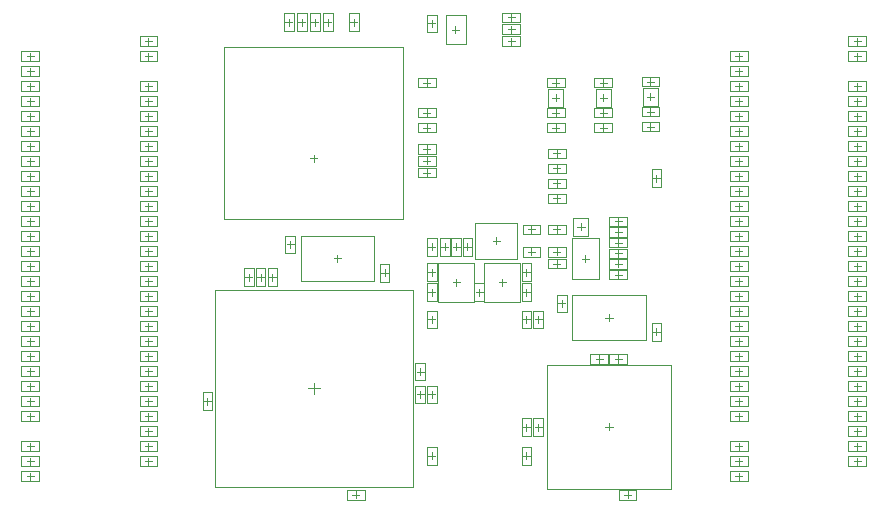
<source format=gbr>
%TF.GenerationSoftware,Altium Limited,Altium Designer,20.0.13 (296)*%
G04 Layer_Color=16711935*
%FSLAX26Y26*%
%MOIN*%
%TF.FileFunction,Other,Bottom_Courtyard*%
%TF.Part,Single*%
G01*
G75*
%TA.AperFunction,NonConductor*%
%ADD59C,0.003937*%
%ADD62C,0.001968*%
D59*
X1122047Y354331D02*
X1161417D01*
X1141732Y334646D02*
Y374016D01*
D62*
X1918984Y433378D02*
X2332984D01*
Y19378D02*
Y433378D01*
X1918984Y19378D02*
X2332984D01*
X1918984D02*
Y433378D01*
X2125984Y214567D02*
Y238189D01*
X2114173Y226378D02*
X2137795D01*
X812008Y24606D02*
Y684055D01*
X1471457Y24606D02*
Y684055D01*
X812008Y24606D02*
X1471457D01*
X812008Y684055D02*
X1471457D01*
X1709685Y643661D02*
X1829685D01*
X1709685D02*
Y772661D01*
X1829685D01*
Y643661D02*
Y772661D01*
X1769685Y696850D02*
Y720472D01*
X1757874Y708661D02*
X1781496D01*
X1819606Y787244D02*
Y907244D01*
X1679606Y787244D02*
X1819606D01*
X1679606D02*
Y907244D01*
X1819606D01*
X1737795Y847244D02*
X1761417D01*
X1749606Y835433D02*
Y859055D01*
X2007480Y863701D02*
Y923701D01*
X2057480D01*
Y863701D02*
Y923701D01*
X2007480Y863701D02*
X2057480D01*
X2020669Y893701D02*
X2044291D01*
X2032480Y881890D02*
Y905512D01*
X2003244Y719402D02*
Y855402D01*
Y719402D02*
X2091244D01*
Y855402D01*
X2003244D02*
X2091244D01*
X2035433Y787402D02*
X2059055D01*
X2047244Y775591D02*
Y799213D01*
X1922835Y868898D02*
Y900394D01*
X1981890Y868898D02*
Y900394D01*
X1922835Y868898D02*
X1981890D01*
X1922835Y900394D02*
X1981890D01*
X1940551Y884646D02*
X1964173D01*
X1952362Y872835D02*
Y896457D01*
X1141732Y1110236D02*
Y1133858D01*
X1129921Y1122047D02*
X1153543D01*
X842732Y1491047D02*
X1440732D01*
X842732Y919047D02*
Y1491047D01*
Y919047D02*
X1440732D01*
Y1491047D01*
X196850Y600591D02*
Y624213D01*
X185039Y612402D02*
X208661D01*
X167323Y628150D02*
X226378D01*
X167323Y596654D02*
X226378D01*
Y628150D01*
X167323Y596654D02*
Y628150D01*
X1098472Y712402D02*
Y862402D01*
X1343472D01*
Y712402D02*
Y862402D01*
X1098472Y712402D02*
X1343472D01*
X1208661Y788402D02*
X1232283D01*
X1220472Y776591D02*
Y800213D01*
X2271653Y1054921D02*
X2295276D01*
X2283465Y1043110D02*
Y1066732D01*
X2299213Y1025394D02*
Y1084449D01*
X2267716Y1025394D02*
Y1084449D01*
Y1025394D02*
X2299213D01*
X2267716Y1084449D02*
X2299213D01*
X1951575Y976181D02*
Y999803D01*
X1939764Y987992D02*
X1963386D01*
X1922047Y1003740D02*
X1981102D01*
X1922047Y972244D02*
X1981102D01*
Y1003740D01*
X1922047Y972244D02*
Y1003740D01*
X1951575Y1026181D02*
Y1049803D01*
X1939764Y1037992D02*
X1963386D01*
X1922047Y1053740D02*
X1981102D01*
X1922047Y1022244D02*
X1981102D01*
Y1053740D01*
X1922047Y1022244D02*
Y1053740D01*
X1951575Y1126181D02*
Y1149803D01*
X1939764Y1137992D02*
X1963386D01*
X1922047Y1153740D02*
X1981102D01*
X1922047Y1122244D02*
X1981102D01*
Y1153740D01*
X1922047Y1122244D02*
Y1153740D01*
X1951575Y1076181D02*
Y1099803D01*
X1939764Y1087992D02*
X1963386D01*
X1922047Y1103740D02*
X1981102D01*
X1922047Y1072244D02*
X1981102D01*
Y1103740D01*
X1922047Y1072244D02*
Y1103740D01*
X1677165Y705315D02*
X1708661D01*
X1677165Y646260D02*
X1708661D01*
X1677165D02*
Y705315D01*
X1708661Y646260D02*
Y705315D01*
X1692913Y663976D02*
Y687598D01*
X1681102Y675787D02*
X1704724D01*
X1834646Y646260D02*
X1866142D01*
X1834646Y705315D02*
X1866142D01*
Y646260D02*
Y705315D01*
X1834646Y646260D02*
Y705315D01*
X1850394Y663976D02*
Y687598D01*
X1838583Y675787D02*
X1862205D01*
X1519685Y712008D02*
X1551181D01*
X1519685Y771063D02*
X1551181D01*
Y712008D02*
Y771063D01*
X1519685Y712008D02*
Y771063D01*
X1535433Y729725D02*
Y753346D01*
X1523622Y741535D02*
X1547244D01*
X1600394Y856299D02*
X1631890D01*
X1600394Y797244D02*
X1631890D01*
X1600394D02*
Y856299D01*
X1631890Y797244D02*
Y856299D01*
X1616142Y814961D02*
Y838583D01*
X1604331Y826772D02*
X1627953D01*
X2063780Y437008D02*
Y468504D01*
X2122835Y437008D02*
Y468504D01*
X2063780Y437008D02*
X2122835D01*
X2063780Y468504D02*
X2122835D01*
X2081496Y452756D02*
X2105118D01*
X2093307Y440945D02*
Y464567D01*
X2126772Y437008D02*
Y468504D01*
X2185827Y437008D02*
Y468504D01*
X2126772Y437008D02*
X2185827D01*
X2126772Y468504D02*
X2185827D01*
X2144488Y452756D02*
X2168110D01*
X2156299Y440945D02*
Y464567D01*
X2158268Y-15748D02*
Y15748D01*
X2217323Y-15748D02*
Y15748D01*
X2158268Y-15748D02*
X2217323D01*
X2158268Y15748D02*
X2217323D01*
X2175984Y0D02*
X2199606D01*
X2187795Y-11811D02*
Y11811D01*
X2106299Y1262402D02*
Y1286024D01*
X2094488Y1274213D02*
X2118110D01*
X2076772Y1258465D02*
X2135827D01*
X2076772Y1289961D02*
X2135827D01*
X2076772Y1258465D02*
Y1289961D01*
X2135827Y1258465D02*
Y1289961D01*
X2106299Y1362402D02*
Y1386024D01*
X2094488Y1374213D02*
X2118110D01*
X2076772Y1358465D02*
X2135827D01*
X2076772Y1389961D02*
X2135827D01*
X2076772Y1358465D02*
Y1389961D01*
X2135827Y1358465D02*
Y1389961D01*
X1523622Y1571063D02*
X1547244D01*
X1535433Y1559252D02*
Y1582874D01*
X1551181Y1541535D02*
Y1600591D01*
X1519685Y1541535D02*
Y1600591D01*
Y1541535D02*
X1551181D01*
X1519685Y1600591D02*
X1551181D01*
X1948819Y1262402D02*
Y1286024D01*
X1937008Y1274213D02*
X1960630D01*
X1919291Y1258465D02*
X1978347D01*
X1919291Y1289961D02*
X1978347D01*
X1919291Y1258465D02*
Y1289961D01*
X1978347Y1258465D02*
Y1289961D01*
X1948819Y1362402D02*
Y1386024D01*
X1937008Y1374213D02*
X1960630D01*
X1919291Y1358465D02*
X1978347D01*
X1919291Y1389961D02*
X1978347D01*
X1919291Y1358465D02*
Y1389961D01*
X1978347Y1358465D02*
Y1389961D01*
X2263780Y1265354D02*
Y1288976D01*
X2251968Y1277165D02*
X2275590D01*
X2234252Y1261417D02*
X2293307D01*
X2234252Y1292913D02*
X2293307D01*
X2234252Y1261417D02*
Y1292913D01*
X2293307Y1261417D02*
Y1292913D01*
X2263780Y1365354D02*
Y1388976D01*
X2251968Y1377166D02*
X2275590D01*
X2234252Y1361417D02*
X2293307D01*
X2234252Y1392914D02*
X2293307D01*
X2234252Y1361417D02*
Y1392914D01*
X2293307Y1361417D02*
Y1392914D01*
X1952756Y608268D02*
X1984252D01*
X1952756Y667323D02*
X1984252D01*
Y608268D02*
Y667323D01*
X1952756Y608268D02*
Y667323D01*
X1968504Y625984D02*
Y649606D01*
X1956693Y637795D02*
X1980315D01*
X2267716Y513779D02*
X2299213D01*
X2267716Y572835D02*
X2299213D01*
Y513779D02*
Y572835D01*
X2267716Y513779D02*
Y572835D01*
X2283465Y531496D02*
Y555118D01*
X2271654Y543307D02*
X2295276D01*
X1874016Y195669D02*
X1905512D01*
X1874016Y254724D02*
X1905512D01*
Y195669D02*
Y254724D01*
X1874016Y195669D02*
Y254724D01*
X1889764Y213386D02*
Y237008D01*
X1877953Y225197D02*
X1901575D01*
X1129725Y1604331D02*
X1161221D01*
X1129725Y1545275D02*
X1161221D01*
X1129725D02*
Y1604331D01*
X1161221Y1545275D02*
Y1604331D01*
X1145473Y1562992D02*
Y1586614D01*
X1133661Y1574803D02*
X1157284D01*
X1519685Y613976D02*
X1551181D01*
X1519685Y554921D02*
X1551181D01*
X1519685D02*
Y613976D01*
X1551181Y554921D02*
Y613976D01*
X1535433Y572638D02*
Y596260D01*
X1523622Y584449D02*
X1547244D01*
X1834646Y554921D02*
X1866142D01*
X1834646Y613976D02*
X1866142D01*
Y554921D02*
Y613976D01*
X1834646Y554921D02*
Y613976D01*
X1850394Y572638D02*
Y596260D01*
X1838583Y584449D02*
X1862205D01*
X1834646Y100197D02*
X1866142D01*
X1834646Y159252D02*
X1866142D01*
Y100197D02*
Y159252D01*
X1834646Y100197D02*
Y159252D01*
X1850394Y117913D02*
Y141536D01*
X1838583Y129725D02*
X1862205D01*
X1519685Y100197D02*
X1551181D01*
X1519685Y159252D02*
X1551181D01*
Y100197D02*
Y159252D01*
X1519685Y100197D02*
Y159252D01*
X1535433Y117913D02*
Y141536D01*
X1523622Y129725D02*
X1547244D01*
X1519685Y363976D02*
X1551181D01*
X1519685Y304921D02*
X1551181D01*
X1519685D02*
Y363976D01*
X1551181Y304921D02*
Y363976D01*
X1535433Y322638D02*
Y346260D01*
X1523622Y334449D02*
X1547244D01*
X988189Y755118D02*
X1019685D01*
X988189Y696063D02*
X1019685D01*
X988189D02*
Y755118D01*
X1019685Y696063D02*
Y755118D01*
X1003937Y713779D02*
Y737402D01*
X992126Y725591D02*
X1015748D01*
X771654Y341732D02*
X803150D01*
X771654Y282677D02*
X803150D01*
X771654D02*
Y341732D01*
X803150Y282677D02*
Y341732D01*
X787402Y300394D02*
Y324016D01*
X775591Y312205D02*
X799213D01*
X1362205Y769685D02*
X1393701D01*
X1362205Y710630D02*
X1393701D01*
X1362205D02*
Y769685D01*
X1393701Y710630D02*
Y769685D01*
X1377953Y728346D02*
Y751968D01*
X1366142Y740158D02*
X1389764D01*
X1047244Y864173D02*
X1078740D01*
X1047244Y805118D02*
X1078740D01*
X1047244D02*
Y864173D01*
X1078740Y805118D02*
Y864173D01*
X1062992Y822835D02*
Y846457D01*
X1051181Y834646D02*
X1074803D01*
X1282284Y-11811D02*
Y11811D01*
X1270473Y0D02*
X1294094D01*
X1252756Y15748D02*
X1311811D01*
X1252756Y-15748D02*
X1311811D01*
Y15748D01*
X1252756Y-15748D02*
Y15748D01*
X1484252Y410630D02*
X1507874D01*
X1496063Y398819D02*
Y422441D01*
X1511811Y381102D02*
Y440158D01*
X1480315Y381102D02*
Y440158D01*
Y381102D02*
X1511811D01*
X1480315Y440158D02*
X1511811D01*
X913386Y725591D02*
X937008D01*
X925197Y713779D02*
Y737402D01*
X940945Y696063D02*
Y755118D01*
X909449Y696063D02*
Y755118D01*
Y696063D02*
X940945D01*
X909449Y755118D02*
X940945D01*
X620079Y96654D02*
Y128150D01*
X561024Y96654D02*
Y128150D01*
X620079D01*
X561024Y96654D02*
X620079D01*
X578740Y112402D02*
X602362D01*
X590551Y100591D02*
Y124213D01*
X620079Y146654D02*
Y178150D01*
X561024Y146654D02*
Y178150D01*
X620079D01*
X561024Y146654D02*
X620079D01*
X578740Y162402D02*
X602362D01*
X590551Y150591D02*
Y174213D01*
X620079Y196654D02*
Y228150D01*
X561024Y196654D02*
Y228150D01*
X620079D01*
X561024Y196654D02*
X620079D01*
X578740Y212402D02*
X602362D01*
X590551Y200591D02*
Y224213D01*
X167323Y46654D02*
Y78150D01*
X226378Y46654D02*
Y78150D01*
X167323Y46654D02*
X226378D01*
X167323Y78150D02*
X226378D01*
X185039Y62402D02*
X208661D01*
X196850Y50591D02*
Y74213D01*
X167323Y96654D02*
Y128150D01*
X226378Y96654D02*
Y128150D01*
X167323Y96654D02*
X226378D01*
X167323Y128150D02*
X226378D01*
X185039Y112402D02*
X208661D01*
X196850Y100591D02*
Y124213D01*
X167323Y146654D02*
Y178150D01*
X226378Y146654D02*
Y178150D01*
X167323Y146654D02*
X226378D01*
X167323Y178150D02*
X226378D01*
X185039Y162402D02*
X208661D01*
X196850Y150591D02*
Y174213D01*
X2982284Y96654D02*
Y128150D01*
X2923228Y96654D02*
Y128150D01*
X2982284D01*
X2923228Y96654D02*
X2982284D01*
X2940945Y112402D02*
X2964567D01*
X2952756Y100591D02*
Y124213D01*
X2982284Y146654D02*
Y178150D01*
X2923228Y146654D02*
Y178150D01*
X2982284D01*
X2923228Y146654D02*
X2982284D01*
X2940945Y162402D02*
X2964567D01*
X2952756Y150591D02*
Y174213D01*
X2529528Y46654D02*
Y78150D01*
X2588583Y46654D02*
Y78150D01*
X2529528Y46654D02*
X2588583D01*
X2529528Y78150D02*
X2588583D01*
X2547244Y62402D02*
X2570866D01*
X2559055Y50591D02*
Y74213D01*
X2529528Y96654D02*
Y128150D01*
X2588583Y96654D02*
Y128150D01*
X2529528Y96654D02*
X2588583D01*
X2529528Y128150D02*
X2588583D01*
X2547244Y112402D02*
X2570866D01*
X2559055Y100591D02*
Y124213D01*
X2529528Y146654D02*
Y178150D01*
X2588583Y146654D02*
Y178150D01*
X2529528Y146654D02*
X2588583D01*
X2529528Y178150D02*
X2588583D01*
X2547244Y162402D02*
X2570866D01*
X2559055Y150591D02*
Y174213D01*
X620079Y1446654D02*
Y1478150D01*
X561024Y1446654D02*
Y1478150D01*
X620079D01*
X561024Y1446654D02*
X620079D01*
X578740Y1462402D02*
X602362D01*
X590551Y1450591D02*
Y1474213D01*
X620079Y1496654D02*
Y1528150D01*
X561024Y1496654D02*
Y1528150D01*
X620079D01*
X561024Y1496654D02*
X620079D01*
X578740Y1512402D02*
X602362D01*
X590551Y1500591D02*
Y1524213D01*
X167323Y1396654D02*
Y1428150D01*
X226378Y1396654D02*
Y1428150D01*
X167323Y1396654D02*
X226378D01*
X167323Y1428150D02*
X226378D01*
X185039Y1412402D02*
X208661D01*
X196850Y1400591D02*
Y1424213D01*
X167323Y1446654D02*
Y1478150D01*
X226378Y1446654D02*
Y1478150D01*
X167323Y1446654D02*
X226378D01*
X167323Y1478150D02*
X226378D01*
X185039Y1462402D02*
X208661D01*
X196850Y1450591D02*
Y1474213D01*
X2982284Y1446654D02*
Y1478150D01*
X2923228Y1446654D02*
Y1478150D01*
X2982284D01*
X2923228Y1446654D02*
X2982284D01*
X2940945Y1462402D02*
X2964567D01*
X2952756Y1450591D02*
Y1474213D01*
X2982284Y1496654D02*
Y1528150D01*
X2923228Y1496654D02*
Y1528150D01*
X2982284D01*
X2923228Y1496654D02*
X2982284D01*
X2940945Y1512402D02*
X2964567D01*
X2952756Y1500591D02*
Y1524213D01*
X2529528Y1396654D02*
Y1428150D01*
X2588583Y1396654D02*
Y1428150D01*
X2529528Y1396654D02*
X2588583D01*
X2529528Y1428150D02*
X2588583D01*
X2547244Y1412402D02*
X2570866D01*
X2559055Y1400591D02*
Y1424213D01*
X2529528Y1446654D02*
Y1478150D01*
X2588583Y1446654D02*
Y1478150D01*
X2529528Y1446654D02*
X2588583D01*
X2529528Y1478150D02*
X2588583D01*
X2547244Y1462402D02*
X2570866D01*
X2559055Y1450591D02*
Y1474213D01*
X1518504Y1140748D02*
Y1164370D01*
X1506693Y1152559D02*
X1530315D01*
X1488976Y1168307D02*
X1548032D01*
X1488976Y1136811D02*
X1548032D01*
Y1168307D01*
X1488976Y1136811D02*
Y1168307D01*
X1951575Y758661D02*
Y782283D01*
X1939764Y770472D02*
X1963386D01*
X1922047Y786221D02*
X1981102D01*
X1922047Y754724D02*
X1981102D01*
Y786221D01*
X1922047Y754724D02*
Y786221D01*
X1951575Y798032D02*
Y821654D01*
X1939764Y809842D02*
X1963386D01*
X1922047Y825591D02*
X1981102D01*
X1922047Y794095D02*
X1981102D01*
Y825591D01*
X1922047Y794095D02*
Y825591D01*
X2156299Y793307D02*
Y816929D01*
X2144488Y805118D02*
X2168110D01*
X2126772Y820866D02*
X2185827D01*
X2126772Y789370D02*
X2185827D01*
Y820866D01*
X2126772Y789370D02*
Y820866D01*
X2156299Y864173D02*
Y887795D01*
X2144488Y875984D02*
X2168110D01*
X2126772Y891732D02*
X2185827D01*
X2126772Y860236D02*
X2185827D01*
Y891732D01*
X2126772Y860236D02*
Y891732D01*
X1641732Y826772D02*
X1665354D01*
X1653543Y814961D02*
Y838583D01*
X1637795Y797244D02*
Y856299D01*
X1669291Y797244D02*
Y856299D01*
X1637795D02*
X1669291D01*
X1637795Y797244D02*
X1669291D01*
X1518504Y1362402D02*
Y1386024D01*
X1506693Y1374213D02*
X1530315D01*
X1488976Y1389961D02*
X1548032D01*
X1488976Y1358465D02*
X1548032D01*
Y1389961D01*
X1488976Y1358465D02*
Y1389961D01*
X167323Y646654D02*
Y678150D01*
X226378Y646654D02*
Y678150D01*
X167323Y646654D02*
X226378D01*
X167323Y678150D02*
X226378D01*
X185039Y662402D02*
X208661D01*
X196850Y650591D02*
Y674213D01*
X167323Y696654D02*
Y728150D01*
X226378Y696654D02*
Y728150D01*
X167323Y696654D02*
X226378D01*
X167323Y728150D02*
X226378D01*
X185039Y712402D02*
X208661D01*
X196850Y700591D02*
Y724213D01*
X167323Y746654D02*
Y778150D01*
X226378Y746654D02*
Y778150D01*
X167323Y746654D02*
X226378D01*
X167323Y778150D02*
X226378D01*
X185039Y762402D02*
X208661D01*
X196850Y750591D02*
Y774213D01*
X167323Y796654D02*
Y828150D01*
X226378Y796654D02*
Y828150D01*
X167323Y796654D02*
X226378D01*
X167323Y828150D02*
X226378D01*
X185039Y812402D02*
X208661D01*
X196850Y800591D02*
Y824213D01*
X167323Y846654D02*
Y878150D01*
X226378Y846654D02*
Y878150D01*
X167323Y846654D02*
X226378D01*
X167323Y878150D02*
X226378D01*
X185039Y862402D02*
X208661D01*
X196850Y850591D02*
Y874213D01*
X167323Y896654D02*
Y928150D01*
X226378Y896654D02*
Y928150D01*
X167323Y896654D02*
X226378D01*
X167323Y928150D02*
X226378D01*
X185039Y912402D02*
X208661D01*
X196850Y900591D02*
Y924213D01*
X167323Y946654D02*
Y978150D01*
X226378Y946654D02*
Y978150D01*
X167323Y946654D02*
X226378D01*
X167323Y978150D02*
X226378D01*
X185039Y962402D02*
X208661D01*
X196850Y950591D02*
Y974213D01*
X167323Y996654D02*
Y1028150D01*
X226378Y996654D02*
Y1028150D01*
X167323Y996654D02*
X226378D01*
X167323Y1028150D02*
X226378D01*
X185039Y1012402D02*
X208661D01*
X196850Y1000591D02*
Y1024213D01*
X167323Y1046654D02*
Y1078150D01*
X226378Y1046654D02*
Y1078150D01*
X167323Y1046654D02*
X226378D01*
X167323Y1078150D02*
X226378D01*
X185039Y1062402D02*
X208661D01*
X196850Y1050591D02*
Y1074213D01*
X167323Y1096654D02*
Y1128150D01*
X226378Y1096654D02*
Y1128150D01*
X167323Y1096654D02*
X226378D01*
X167323Y1128150D02*
X226378D01*
X185039Y1112402D02*
X208661D01*
X196850Y1100591D02*
Y1124213D01*
X167323Y1146654D02*
Y1178150D01*
X226378Y1146654D02*
Y1178150D01*
X167323Y1146654D02*
X226378D01*
X167323Y1178150D02*
X226378D01*
X185039Y1162402D02*
X208661D01*
X196850Y1150591D02*
Y1174213D01*
X167323Y1196654D02*
Y1228150D01*
X226378Y1196654D02*
Y1228150D01*
X167323Y1196654D02*
X226378D01*
X167323Y1228150D02*
X226378D01*
X185039Y1212402D02*
X208661D01*
X196850Y1200591D02*
Y1224213D01*
X167323Y1246654D02*
Y1278150D01*
X226378Y1246654D02*
Y1278150D01*
X167323Y1246654D02*
X226378D01*
X167323Y1278150D02*
X226378D01*
X185039Y1262402D02*
X208661D01*
X196850Y1250591D02*
Y1274213D01*
X2529528Y246654D02*
Y278150D01*
X2588583Y246654D02*
Y278150D01*
X2529528Y246654D02*
X2588583D01*
X2529528Y278150D02*
X2588583D01*
X2547244Y262402D02*
X2570866D01*
X2559055Y250591D02*
Y274213D01*
X2529528Y296654D02*
Y328150D01*
X2588583Y296654D02*
Y328150D01*
X2529528Y296654D02*
X2588583D01*
X2529528Y328150D02*
X2588583D01*
X2547244Y312402D02*
X2570866D01*
X2559055Y300591D02*
Y324213D01*
X2529528Y346654D02*
Y378150D01*
X2588583Y346654D02*
Y378150D01*
X2529528Y346654D02*
X2588583D01*
X2529528Y378150D02*
X2588583D01*
X2547244Y362402D02*
X2570866D01*
X2559055Y350591D02*
Y374213D01*
X2529528Y396654D02*
Y428150D01*
X2588583Y396654D02*
Y428150D01*
X2529528Y396654D02*
X2588583D01*
X2529528Y428150D02*
X2588583D01*
X2547244Y412402D02*
X2570866D01*
X2559055Y400591D02*
Y424213D01*
X2529528Y446654D02*
Y478150D01*
X2588583Y446654D02*
Y478150D01*
X2529528Y446654D02*
X2588583D01*
X2529528Y478150D02*
X2588583D01*
X2547244Y462402D02*
X2570866D01*
X2559055Y450591D02*
Y474213D01*
X2529528Y496654D02*
Y528150D01*
X2588583Y496654D02*
Y528150D01*
X2529528Y496654D02*
X2588583D01*
X2529528Y528150D02*
X2588583D01*
X2547244Y512402D02*
X2570866D01*
X2559055Y500591D02*
Y524213D01*
X2529528Y546654D02*
Y578150D01*
X2588583Y546654D02*
Y578150D01*
X2529528Y546654D02*
X2588583D01*
X2529528Y578150D02*
X2588583D01*
X2547244Y562402D02*
X2570866D01*
X2559055Y550591D02*
Y574213D01*
X2529528Y596654D02*
Y628150D01*
X2588583Y596654D02*
Y628150D01*
X2529528Y596654D02*
X2588583D01*
X2529528Y628150D02*
X2588583D01*
X2547244Y612402D02*
X2570866D01*
X2559055Y600591D02*
Y624213D01*
X2529528Y646654D02*
Y678150D01*
X2588583Y646654D02*
Y678150D01*
X2529528Y646654D02*
X2588583D01*
X2529528Y678150D02*
X2588583D01*
X2547244Y662402D02*
X2570866D01*
X2559055Y650591D02*
Y674213D01*
X2529528Y696654D02*
Y728150D01*
X2588583Y696654D02*
Y728150D01*
X2529528Y696654D02*
X2588583D01*
X2529528Y728150D02*
X2588583D01*
X2547244Y712402D02*
X2570866D01*
X2559055Y700591D02*
Y724213D01*
X2529528Y746654D02*
Y778150D01*
X2588583Y746654D02*
Y778150D01*
X2529528Y746654D02*
X2588583D01*
X2529528Y778150D02*
X2588583D01*
X2547244Y762402D02*
X2570866D01*
X2559055Y750591D02*
Y774213D01*
X2529528Y796654D02*
Y828150D01*
X2588583Y796654D02*
Y828150D01*
X2529528Y796654D02*
X2588583D01*
X2529528Y828150D02*
X2588583D01*
X2547244Y812402D02*
X2570866D01*
X2559055Y800591D02*
Y824213D01*
X2529528Y846654D02*
Y878150D01*
X2588583Y846654D02*
Y878150D01*
X2529528Y846654D02*
X2588583D01*
X2529528Y878150D02*
X2588583D01*
X2547244Y862402D02*
X2570866D01*
X2559055Y850591D02*
Y874213D01*
X2529528Y896654D02*
Y928150D01*
X2588583Y896654D02*
Y928150D01*
X2529528Y896654D02*
X2588583D01*
X2529528Y928150D02*
X2588583D01*
X2547244Y912402D02*
X2570866D01*
X2559055Y900591D02*
Y924213D01*
X2529528Y946654D02*
Y978150D01*
X2588583Y946654D02*
Y978150D01*
X2529528Y946654D02*
X2588583D01*
X2529528Y978150D02*
X2588583D01*
X2547244Y962402D02*
X2570866D01*
X2559055Y950591D02*
Y974213D01*
X2529528Y996654D02*
Y1028150D01*
X2588583Y996654D02*
Y1028150D01*
X2529528Y996654D02*
X2588583D01*
X2529528Y1028150D02*
X2588583D01*
X2547244Y1012402D02*
X2570866D01*
X2559055Y1000591D02*
Y1024213D01*
X2529528Y1046654D02*
Y1078150D01*
X2588583Y1046654D02*
Y1078150D01*
X2529528Y1046654D02*
X2588583D01*
X2529528Y1078150D02*
X2588583D01*
X2547244Y1062402D02*
X2570866D01*
X2559055Y1050591D02*
Y1074213D01*
X2529528Y1096654D02*
Y1128150D01*
X2588583Y1096654D02*
Y1128150D01*
X2529528Y1096654D02*
X2588583D01*
X2529528Y1128150D02*
X2588583D01*
X2547244Y1112402D02*
X2570866D01*
X2559055Y1100591D02*
Y1124213D01*
X2529528Y1146654D02*
Y1178150D01*
X2588583Y1146654D02*
Y1178150D01*
X2529528Y1146654D02*
X2588583D01*
X2529528Y1178150D02*
X2588583D01*
X2547244Y1162402D02*
X2570866D01*
X2559055Y1150591D02*
Y1174213D01*
X2529528Y1196654D02*
Y1228150D01*
X2588583Y1196654D02*
Y1228150D01*
X2529528Y1196654D02*
X2588583D01*
X2529528Y1228150D02*
X2588583D01*
X2547244Y1212402D02*
X2570866D01*
X2559055Y1200591D02*
Y1224213D01*
X2529528Y1246654D02*
Y1278150D01*
X2588583Y1246654D02*
Y1278150D01*
X2529528Y1246654D02*
X2588583D01*
X2529528Y1278150D02*
X2588583D01*
X2547244Y1262402D02*
X2570866D01*
X2559055Y1250591D02*
Y1274213D01*
X2529528Y1296654D02*
Y1328150D01*
X2588583Y1296654D02*
Y1328150D01*
X2529528Y1296654D02*
X2588583D01*
X2529528Y1328150D02*
X2588583D01*
X2547244Y1312402D02*
X2570866D01*
X2559055Y1300591D02*
Y1324213D01*
X2529528Y1346654D02*
Y1378150D01*
X2588583Y1346654D02*
Y1378150D01*
X2529528Y1346654D02*
X2588583D01*
X2529528Y1378150D02*
X2588583D01*
X2547244Y1362402D02*
X2570866D01*
X2559055Y1350591D02*
Y1374213D01*
X2982284Y196654D02*
Y228150D01*
X2923228Y196654D02*
Y228150D01*
X2982284D01*
X2923228Y196654D02*
X2982284D01*
X2940945Y212402D02*
X2964567D01*
X2952756Y200591D02*
Y224213D01*
X2982284Y246654D02*
Y278150D01*
X2923228Y246654D02*
Y278150D01*
X2982284D01*
X2923228Y246654D02*
X2982284D01*
X2940945Y262402D02*
X2964567D01*
X2952756Y250591D02*
Y274213D01*
X2982284Y296654D02*
Y328150D01*
X2923228Y296654D02*
Y328150D01*
X2982284D01*
X2923228Y296654D02*
X2982284D01*
X2940945Y312402D02*
X2964567D01*
X2952756Y300591D02*
Y324213D01*
X2982284Y346654D02*
Y378150D01*
X2923228Y346654D02*
Y378150D01*
X2982284D01*
X2923228Y346654D02*
X2982284D01*
X2940945Y362402D02*
X2964567D01*
X2952756Y350591D02*
Y374213D01*
X2982284Y396654D02*
Y428150D01*
X2923228Y396654D02*
Y428150D01*
X2982284D01*
X2923228Y396654D02*
X2982284D01*
X2940945Y412402D02*
X2964567D01*
X2952756Y400591D02*
Y424213D01*
X2982284Y446654D02*
Y478150D01*
X2923228Y446654D02*
Y478150D01*
X2982284D01*
X2923228Y446654D02*
X2982284D01*
X2940945Y462402D02*
X2964567D01*
X2952756Y450591D02*
Y474213D01*
X2982284Y496654D02*
Y528150D01*
X2923228Y496654D02*
Y528150D01*
X2982284D01*
X2923228Y496654D02*
X2982284D01*
X2940945Y512402D02*
X2964567D01*
X2952756Y500591D02*
Y524213D01*
X2982284Y546654D02*
Y578150D01*
X2923228Y546654D02*
Y578150D01*
X2982284D01*
X2923228Y546654D02*
X2982284D01*
X2940945Y562402D02*
X2964567D01*
X2952756Y550591D02*
Y574213D01*
X2982284Y796654D02*
Y828150D01*
X2923228Y796654D02*
Y828150D01*
X2982284D01*
X2923228Y796654D02*
X2982284D01*
X2940945Y812402D02*
X2964567D01*
X2952756Y800591D02*
Y824213D01*
X2982284Y746654D02*
Y778150D01*
X2923228Y746654D02*
Y778150D01*
X2982284D01*
X2923228Y746654D02*
X2982284D01*
X2940945Y762402D02*
X2964567D01*
X2952756Y750591D02*
Y774213D01*
X2982284Y696654D02*
Y728150D01*
X2923228Y696654D02*
Y728150D01*
X2982284D01*
X2923228Y696654D02*
X2982284D01*
X2940945Y712402D02*
X2964567D01*
X2952756Y700591D02*
Y724213D01*
X2982284Y646654D02*
Y678150D01*
X2923228Y646654D02*
Y678150D01*
X2982284D01*
X2923228Y646654D02*
X2982284D01*
X2940945Y662402D02*
X2964567D01*
X2952756Y650591D02*
Y674213D01*
X2982284Y1346654D02*
Y1378150D01*
X2923228Y1346654D02*
Y1378150D01*
X2982284D01*
X2923228Y1346654D02*
X2982284D01*
X2940945Y1362402D02*
X2964567D01*
X2952756Y1350591D02*
Y1374213D01*
X2982284Y1296654D02*
Y1328150D01*
X2923228Y1296654D02*
Y1328150D01*
X2982284D01*
X2923228Y1296654D02*
X2982284D01*
X2940945Y1312402D02*
X2964567D01*
X2952756Y1300591D02*
Y1324213D01*
X2982284Y1246654D02*
Y1278150D01*
X2923228Y1246654D02*
Y1278150D01*
X2982284D01*
X2923228Y1246654D02*
X2982284D01*
X2940945Y1262402D02*
X2964567D01*
X2952756Y1250591D02*
Y1274213D01*
X2982284Y1196654D02*
Y1228150D01*
X2923228Y1196654D02*
Y1228150D01*
X2982284D01*
X2923228Y1196654D02*
X2982284D01*
X2940945Y1212402D02*
X2964567D01*
X2952756Y1200591D02*
Y1224213D01*
X2982284Y1146654D02*
Y1178150D01*
X2923228Y1146654D02*
Y1178150D01*
X2982284D01*
X2923228Y1146654D02*
X2982284D01*
X2940945Y1162402D02*
X2964567D01*
X2952756Y1150591D02*
Y1174213D01*
X2982284Y1096654D02*
Y1128150D01*
X2923228Y1096654D02*
Y1128150D01*
X2982284D01*
X2923228Y1096654D02*
X2982284D01*
X2940945Y1112402D02*
X2964567D01*
X2952756Y1100591D02*
Y1124213D01*
X2982284Y1046654D02*
Y1078150D01*
X2923228Y1046654D02*
Y1078150D01*
X2982284D01*
X2923228Y1046654D02*
X2982284D01*
X2940945Y1062402D02*
X2964567D01*
X2952756Y1050591D02*
Y1074213D01*
X2982284Y996654D02*
Y1028150D01*
X2923228Y996654D02*
Y1028150D01*
X2982284D01*
X2923228Y996654D02*
X2982284D01*
X2940945Y1012402D02*
X2964567D01*
X2952756Y1000591D02*
Y1024213D01*
X620079Y1346653D02*
Y1378149D01*
X561024Y1346653D02*
Y1378149D01*
X620079D01*
X561024Y1346653D02*
X620079D01*
X578740Y1362401D02*
X602362D01*
X590551Y1350590D02*
Y1374212D01*
X620079Y1296653D02*
Y1328149D01*
X561024Y1296653D02*
Y1328149D01*
X620079D01*
X561024Y1296653D02*
X620079D01*
X578740Y1312401D02*
X602362D01*
X590551Y1300590D02*
Y1324212D01*
X620079Y1246653D02*
Y1278149D01*
X561024Y1246653D02*
Y1278149D01*
X620079D01*
X561024Y1246653D02*
X620079D01*
X578740Y1262401D02*
X602362D01*
X590551Y1250590D02*
Y1274212D01*
X620079Y1196653D02*
Y1228149D01*
X561024Y1196653D02*
Y1228149D01*
X620079D01*
X561024Y1196653D02*
X620079D01*
X578740Y1212401D02*
X602362D01*
X590551Y1200590D02*
Y1224212D01*
X620079Y1146653D02*
Y1178149D01*
X561024Y1146653D02*
Y1178149D01*
X620079D01*
X561024Y1146653D02*
X620079D01*
X578740Y1162401D02*
X602362D01*
X590551Y1150590D02*
Y1174212D01*
X620079Y1096653D02*
Y1128149D01*
X561024Y1096653D02*
Y1128149D01*
X620079D01*
X561024Y1096653D02*
X620079D01*
X578740Y1112401D02*
X602362D01*
X590551Y1100591D02*
Y1124213D01*
X620079Y1046653D02*
Y1078150D01*
X561024Y1046653D02*
Y1078150D01*
X620079D01*
X561024Y1046653D02*
X620079D01*
X578740Y1062402D02*
X602362D01*
X590551Y1050591D02*
Y1074213D01*
X620079Y996654D02*
Y1028150D01*
X561024Y996654D02*
Y1028150D01*
X620079D01*
X561024Y996654D02*
X620079D01*
X578740Y1012402D02*
X602362D01*
X590551Y1000591D02*
Y1024213D01*
X620079Y296654D02*
Y328150D01*
X561024Y296654D02*
Y328150D01*
X620079D01*
X561024Y296654D02*
X620079D01*
X578740Y312402D02*
X602362D01*
X590551Y300591D02*
Y324213D01*
X620079Y246654D02*
Y278150D01*
X561024Y246654D02*
Y278150D01*
X620079D01*
X561024Y246654D02*
X620079D01*
X578740Y262402D02*
X602362D01*
X590551Y250591D02*
Y274213D01*
X620079Y396654D02*
Y428150D01*
X561024Y396654D02*
Y428150D01*
X620079D01*
X561024Y396654D02*
X620079D01*
X578740Y412402D02*
X602362D01*
X590551Y400591D02*
Y424213D01*
X620079Y346654D02*
Y378150D01*
X561024Y346654D02*
Y378150D01*
X620079D01*
X561024Y346654D02*
X620079D01*
X578740Y362402D02*
X602362D01*
X590551Y350591D02*
Y374213D01*
X620079Y496654D02*
Y528150D01*
X561024Y496654D02*
Y528150D01*
X620079D01*
X561024Y496654D02*
X620079D01*
X578740Y512402D02*
X602362D01*
X590551Y500591D02*
Y524213D01*
X620079Y446654D02*
Y478150D01*
X561024Y446654D02*
Y478150D01*
X620079D01*
X561024Y446654D02*
X620079D01*
X578740Y462402D02*
X602362D01*
X590551Y450591D02*
Y474213D01*
X620079Y596654D02*
Y628150D01*
X561024Y596654D02*
Y628150D01*
X620079D01*
X561024Y596654D02*
X620079D01*
X578740Y612402D02*
X602362D01*
X590551Y600591D02*
Y624213D01*
X620079Y546654D02*
Y578150D01*
X561024Y546654D02*
Y578150D01*
X620079D01*
X561024Y546654D02*
X620079D01*
X578740Y562402D02*
X602362D01*
X590551Y550591D02*
Y574213D01*
X620079Y696654D02*
Y728150D01*
X561024Y696654D02*
Y728150D01*
X620079D01*
X561024Y696654D02*
X620079D01*
X578740Y712402D02*
X602362D01*
X590551Y700591D02*
Y724213D01*
X620079Y646654D02*
Y678150D01*
X561024Y646654D02*
Y678150D01*
X620079D01*
X561024Y646654D02*
X620079D01*
X578740Y662402D02*
X602362D01*
X590551Y650591D02*
Y674213D01*
X620079Y796654D02*
Y828150D01*
X561024Y796654D02*
Y828150D01*
X620079D01*
X561024Y796654D02*
X620079D01*
X578740Y812402D02*
X602362D01*
X590551Y800591D02*
Y824213D01*
X620079Y746654D02*
Y778150D01*
X561024Y746654D02*
Y778150D01*
X620079D01*
X561024Y746654D02*
X620079D01*
X578740Y762402D02*
X602362D01*
X590551Y750591D02*
Y774213D01*
X620079Y846654D02*
Y878150D01*
X561024Y846654D02*
Y878150D01*
X620079D01*
X561024Y846654D02*
X620079D01*
X578740Y862402D02*
X602362D01*
X590551Y850591D02*
Y874213D01*
X620079Y896654D02*
Y928150D01*
X561024Y896654D02*
Y928150D01*
X620079D01*
X561024Y896654D02*
X620079D01*
X578740Y912402D02*
X602362D01*
X590551Y900591D02*
Y924213D01*
X620079Y946654D02*
Y978150D01*
X561024Y946654D02*
Y978150D01*
X620079D01*
X561024Y946654D02*
X620079D01*
X578740Y962402D02*
X602362D01*
X590551Y950591D02*
Y974213D01*
X167323Y1296654D02*
Y1328150D01*
X226378Y1296654D02*
Y1328150D01*
X167323Y1296654D02*
X226378D01*
X167323Y1328150D02*
X226378D01*
X185039Y1312402D02*
X208661D01*
X196850Y1300591D02*
Y1324213D01*
X167323Y1346654D02*
Y1378150D01*
X226378Y1346654D02*
Y1378150D01*
X167323Y1346654D02*
X226378D01*
X167323Y1378150D02*
X226378D01*
X185039Y1362402D02*
X208661D01*
X196850Y1350591D02*
Y1374213D01*
X2982284Y596654D02*
Y628150D01*
X2923228Y596654D02*
Y628150D01*
X2982284D01*
X2923228Y596654D02*
X2982284D01*
X2940945Y612402D02*
X2964567D01*
X2952756Y600591D02*
Y624213D01*
X2982284Y846654D02*
Y878150D01*
X2923228Y846654D02*
Y878150D01*
X2982284D01*
X2923228Y846654D02*
X2982284D01*
X2940945Y862402D02*
X2964567D01*
X2952756Y850591D02*
Y874213D01*
X2982284Y896654D02*
Y928150D01*
X2923228Y896654D02*
Y928150D01*
X2982284D01*
X2923228Y896654D02*
X2982284D01*
X2940945Y912402D02*
X2964567D01*
X2952756Y900591D02*
Y924213D01*
X2982284Y946654D02*
Y978150D01*
X2923228Y946654D02*
Y978150D01*
X2982284D01*
X2923228Y946654D02*
X2982284D01*
X2940945Y962402D02*
X2964567D01*
X2952756Y950591D02*
Y974213D01*
X1582000Y1501000D02*
X1648000D01*
X1582000D02*
Y1599000D01*
X1648000D01*
Y1501000D02*
Y1599000D01*
X1614000Y1538189D02*
Y1561811D01*
X1602189Y1550000D02*
X1625811D01*
X2081299Y1294213D02*
Y1354213D01*
X2131299D01*
Y1294213D02*
Y1354213D01*
X2081299Y1294213D02*
X2131299D01*
X2094488Y1324213D02*
X2118110D01*
X2106299Y1312402D02*
Y1336024D01*
X1923819Y1294213D02*
Y1354213D01*
X1973819D01*
Y1294213D02*
Y1354213D01*
X1923819Y1294213D02*
X1973819D01*
X1937008Y1324213D02*
X1960630D01*
X1948819Y1312402D02*
Y1336024D01*
X2238780Y1297165D02*
Y1357165D01*
X2288780D01*
Y1297165D02*
Y1357165D01*
X2238780Y1297165D02*
X2288780D01*
X2251968Y1327165D02*
X2275590D01*
X2263780Y1315354D02*
Y1338976D01*
X1834646Y771063D02*
X1866142D01*
X1834646Y712008D02*
X1866142D01*
X1834646D02*
Y771063D01*
X1866142Y712008D02*
Y771063D01*
X1850394Y729725D02*
Y753346D01*
X1838583Y741535D02*
X1862205D01*
X1519685Y705315D02*
X1551181D01*
X1519685Y646260D02*
X1551181D01*
X1519685D02*
Y705315D01*
X1551181Y646260D02*
Y705315D01*
X1535433Y663976D02*
Y687598D01*
X1523622Y675787D02*
X1547244D01*
X1519685Y856299D02*
X1551181D01*
X1519685Y797244D02*
X1551181D01*
X1519685D02*
Y856299D01*
X1551181Y797244D02*
Y856299D01*
X1535433Y814961D02*
Y838583D01*
X1523622Y826772D02*
X1547244D01*
X1562992Y856299D02*
X1594488D01*
X1562992Y797244D02*
X1594488D01*
X1562992D02*
Y856299D01*
X1594488Y797244D02*
Y856299D01*
X1578740Y814961D02*
Y838583D01*
X1566929Y826772D02*
X1590551D01*
X1799606Y1540256D02*
Y1563878D01*
X1787795Y1552067D02*
X1811417D01*
X1770079Y1536319D02*
X1829134D01*
X1770079Y1567815D02*
X1829134D01*
X1770079Y1536319D02*
Y1567815D01*
X1829134Y1536319D02*
Y1567815D01*
X1799606Y1500591D02*
Y1524213D01*
X1787795Y1512402D02*
X1811417D01*
X1770079Y1496654D02*
X1829134D01*
X1770079Y1528150D02*
X1829134D01*
X1770079Y1496654D02*
Y1528150D01*
X1829134Y1496654D02*
Y1528150D01*
X2106299Y1212401D02*
Y1236024D01*
X2094488Y1224213D02*
X2118110D01*
X2076772Y1239961D02*
X2135827D01*
X2076772Y1208465D02*
X2135827D01*
Y1239961D01*
X2076772Y1208465D02*
Y1239961D01*
X1799606Y1579921D02*
Y1603543D01*
X1787795Y1591732D02*
X1811417D01*
X1770079Y1575984D02*
X1829134D01*
X1770079Y1607480D02*
X1829134D01*
X1770079Y1575984D02*
Y1607480D01*
X1829134Y1575984D02*
Y1607480D01*
X1948819Y1212401D02*
Y1236024D01*
X1937008Y1224213D02*
X1960630D01*
X1919291Y1239961D02*
X1978347D01*
X1919291Y1208465D02*
X1978347D01*
Y1239961D01*
X1919291Y1208465D02*
Y1239961D01*
X1834646Y254724D02*
X1866142D01*
X1834646Y195669D02*
X1866142D01*
X1834646D02*
Y254724D01*
X1866142Y195669D02*
Y254724D01*
X1850394Y213386D02*
Y237008D01*
X1838583Y225197D02*
X1862205D01*
X2263780Y1215354D02*
Y1238976D01*
X2251968Y1227165D02*
X2275590D01*
X2234252Y1242913D02*
X2293307D01*
X2234252Y1211417D02*
X2293307D01*
Y1242913D01*
X2234252Y1211417D02*
Y1242913D01*
X1086417Y1545275D02*
X1117913D01*
X1086417Y1604331D02*
X1117913D01*
Y1545275D02*
Y1604331D01*
X1086417Y1545275D02*
Y1604331D01*
X1102165Y1562992D02*
Y1586614D01*
X1090354Y1574803D02*
X1113976D01*
X1259646Y1545275D02*
X1291142D01*
X1259646Y1604331D02*
X1291142D01*
Y1545275D02*
Y1604331D01*
X1259646Y1545275D02*
Y1604331D01*
X1275394Y1562992D02*
Y1586614D01*
X1263583Y1574803D02*
X1287205D01*
X1173031Y1545275D02*
X1204527D01*
X1173031Y1604331D02*
X1204527D01*
Y1545275D02*
Y1604331D01*
X1173031Y1545275D02*
Y1604331D01*
X1188779Y1562992D02*
Y1586614D01*
X1176968Y1574803D02*
X1200590D01*
X1043110Y1545275D02*
X1074606D01*
X1043110Y1604331D02*
X1074606D01*
Y1545275D02*
Y1604331D01*
X1043110Y1545275D02*
Y1604331D01*
X1058858Y1562992D02*
Y1586614D01*
X1047047Y1574803D02*
X1070669D01*
X1874016Y554921D02*
X1905512D01*
X1874016Y613976D02*
X1905512D01*
Y554921D02*
Y613976D01*
X1874016Y554921D02*
Y613976D01*
X1889764Y572638D02*
Y596260D01*
X1877953Y584449D02*
X1901575D01*
X1480315Y304921D02*
X1511811D01*
X1480315Y363976D02*
X1511811D01*
Y304921D02*
Y363976D01*
X1480315Y304921D02*
Y363976D01*
X1496063Y322638D02*
Y346260D01*
X1484252Y334449D02*
X1507874D01*
X952756Y725591D02*
X976378D01*
X964567Y713779D02*
Y737402D01*
X948819Y696063D02*
Y755118D01*
X980315Y696063D02*
Y755118D01*
X948819D02*
X980315D01*
X948819Y696063D02*
X980315D01*
X1548032Y1058071D02*
Y1089567D01*
X1488976Y1058071D02*
Y1089567D01*
X1548032D01*
X1488976Y1058071D02*
X1548032D01*
X1506693Y1073819D02*
X1530315D01*
X1518504Y1062008D02*
Y1085630D01*
X1548032Y1097441D02*
Y1128937D01*
X1488976Y1097441D02*
Y1128937D01*
X1548032D01*
X1488976Y1097441D02*
X1548032D01*
X1506693Y1113189D02*
X1530315D01*
X1518504Y1101378D02*
Y1125000D01*
X2156299Y757874D02*
Y781496D01*
X2144488Y769685D02*
X2168110D01*
X2126772Y785433D02*
X2185827D01*
X2126772Y753937D02*
X2185827D01*
Y785433D01*
X2126772Y753937D02*
Y785433D01*
X2156299Y722441D02*
Y746063D01*
X2144488Y734252D02*
X2168110D01*
X2126772Y750000D02*
X2185827D01*
X2126772Y718504D02*
X2185827D01*
Y750000D01*
X2126772Y718504D02*
Y750000D01*
X2156299Y828740D02*
Y852362D01*
X2144488Y840551D02*
X2168110D01*
X2126772Y856299D02*
X2185827D01*
X2126772Y824803D02*
X2185827D01*
Y856299D01*
X2126772Y824803D02*
Y856299D01*
X2156299Y899606D02*
Y923228D01*
X2144488Y911417D02*
X2168110D01*
X2126772Y927165D02*
X2185827D01*
X2126772Y895669D02*
X2185827D01*
Y927165D01*
X2126772Y895669D02*
Y927165D01*
X1867323Y872835D02*
Y896457D01*
X1855512Y884646D02*
X1879134D01*
X1837795Y900394D02*
X1896850D01*
X1837795Y868898D02*
X1896850D01*
Y900394D01*
X1837795Y868898D02*
Y900394D01*
X1867323Y798032D02*
Y821654D01*
X1855512Y809843D02*
X1879134D01*
X1837795Y825591D02*
X1896850D01*
X1837795Y794095D02*
X1896850D01*
Y825591D01*
X1837795Y794095D02*
Y825591D01*
X1518504Y1262402D02*
Y1286024D01*
X1506693Y1274213D02*
X1530315D01*
X1488976Y1258465D02*
X1548032D01*
X1488976Y1289961D02*
X1548032D01*
X1488976Y1258465D02*
Y1289961D01*
X1548032Y1258465D02*
Y1289961D01*
X1518504Y1212402D02*
Y1236024D01*
X1506693Y1224213D02*
X1530315D01*
X1488976Y1208465D02*
X1548032D01*
X1488976Y1239961D02*
X1548032D01*
X1488976Y1208465D02*
Y1239961D01*
X1548032Y1208465D02*
Y1239961D01*
X1556142Y643661D02*
X1676142D01*
X1556142D02*
Y772661D01*
X1676142D01*
Y643661D02*
Y772661D01*
X1616142Y696850D02*
Y720472D01*
X1604331Y708661D02*
X1627953D01*
X2125984Y577740D02*
Y601362D01*
X2114173Y589551D02*
X2137795D01*
X2002984Y665551D02*
X2247984D01*
X2002984Y515551D02*
Y665551D01*
Y515551D02*
X2247984D01*
Y665551D01*
X196850Y250591D02*
Y274213D01*
X185039Y262402D02*
X208661D01*
X167323Y278150D02*
X226378D01*
X167323Y246654D02*
X226378D01*
Y278150D01*
X167323Y246654D02*
Y278150D01*
X196850Y300591D02*
Y324213D01*
X185039Y312402D02*
X208661D01*
X167323Y328150D02*
X226378D01*
X167323Y296654D02*
X226378D01*
Y328150D01*
X167323Y296654D02*
Y328150D01*
X196850Y350591D02*
Y374213D01*
X185039Y362402D02*
X208661D01*
X167323Y378150D02*
X226378D01*
X167323Y346654D02*
X226378D01*
Y378150D01*
X167323Y346654D02*
Y378150D01*
X196850Y400591D02*
Y424213D01*
X185039Y412402D02*
X208661D01*
X167323Y428150D02*
X226378D01*
X167323Y396654D02*
X226378D01*
Y428150D01*
X167323Y396654D02*
Y428150D01*
X196850Y450591D02*
Y474213D01*
X185039Y462402D02*
X208661D01*
X167323Y478150D02*
X226378D01*
X167323Y446654D02*
X226378D01*
Y478150D01*
X167323Y446654D02*
Y478150D01*
X196850Y500591D02*
Y524213D01*
X185039Y512402D02*
X208661D01*
X167323Y528150D02*
X226378D01*
X167323Y496654D02*
X226378D01*
Y528150D01*
X167323Y496654D02*
Y528150D01*
X196850Y550591D02*
Y574213D01*
X185039Y562402D02*
X208661D01*
X167323Y578150D02*
X226378D01*
X167323Y546654D02*
X226378D01*
Y578150D01*
X167323Y546654D02*
Y578150D01*
%TF.MD5,0a4489a266048bbc96d279cf2697b577*%
M02*

</source>
